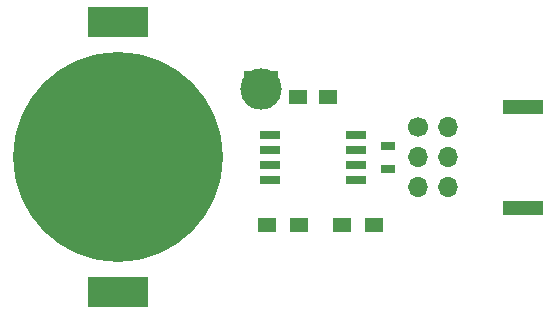
<source format=gts>
G04 #@! TF.FileFunction,Soldermask,Top*
%FSLAX46Y46*%
G04 Gerber Fmt 4.6, Leading zero omitted, Abs format (unit mm)*
G04 Created by KiCad (PCBNEW 4.0.6) date 03/14/19 11:47:22*
%MOMM*%
%LPD*%
G01*
G04 APERTURE LIST*
%ADD10C,0.100000*%
%ADD11R,3.000000X0.500000*%
%ADD12R,1.800000X0.500000*%
%ADD13C,3.500000*%
%ADD14R,1.500000X1.300000*%
%ADD15C,1.700000*%
%ADD16O,1.700000X1.700000*%
%ADD17C,17.780000*%
%ADD18R,5.080000X2.540000*%
%ADD19R,3.400000X1.300000*%
%ADD20R,1.700000X0.650000*%
%ADD21R,1.500000X1.250000*%
%ADD22R,1.300000X0.700000*%
G04 APERTURE END LIST*
D10*
D11*
X159004000Y-72168000D03*
D12*
X159004000Y-74803000D03*
D13*
X159004000Y-73418000D03*
D14*
X162259000Y-84963000D03*
X159559000Y-84963000D03*
D15*
X172339000Y-76708000D03*
D16*
X174879000Y-76708000D03*
X172339000Y-79248000D03*
X174879000Y-79248000D03*
X172339000Y-81788000D03*
X174879000Y-81788000D03*
D17*
X146939000Y-79248000D03*
D18*
X146939000Y-67818000D03*
X146939000Y-90678000D03*
D19*
X181229000Y-83548000D03*
X181229000Y-74948000D03*
D20*
X159799000Y-77343000D03*
X159799000Y-78613000D03*
X159799000Y-79883000D03*
X159799000Y-81153000D03*
X167099000Y-81153000D03*
X167099000Y-79883000D03*
X167099000Y-78613000D03*
X167099000Y-77343000D03*
D14*
X168609000Y-84963000D03*
X165909000Y-84963000D03*
D21*
X162199000Y-74168000D03*
X164699000Y-74168000D03*
D22*
X169799000Y-78298000D03*
X169799000Y-80198000D03*
M02*

</source>
